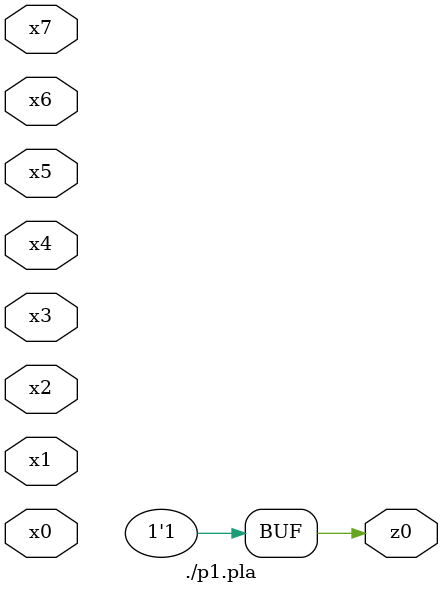
<source format=v>

module \./p1.pla  ( 
    x0, x1, x2, x3, x4, x5, x6, x7,
    z0  );
  input  x0, x1, x2, x3, x4, x5, x6, x7;
  output z0;
  assign z0 = 1'b1;
endmodule



</source>
